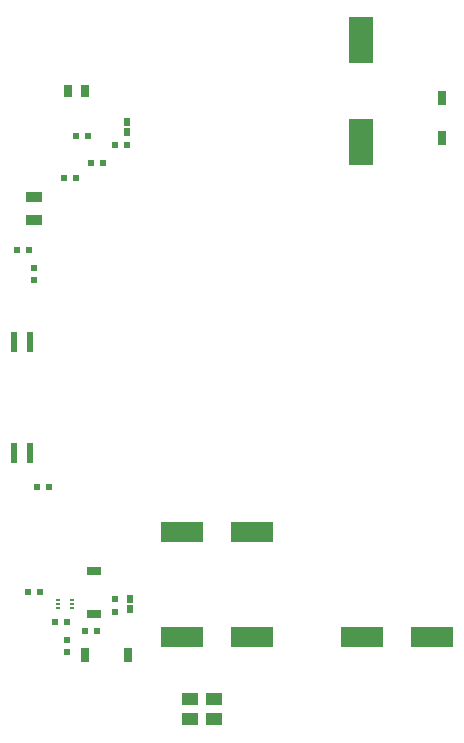
<source format=gtp>
G04*
G04 #@! TF.GenerationSoftware,Altium Limited,Altium Designer,21.2.2 (38)*
G04*
G04 Layer_Color=8421504*
%FSLAX23Y23*%
%MOIN*%
G70*
G04*
G04 #@! TF.SameCoordinates,6939E313-D8E2-45C8-8463-115B02E7E026*
G04*
G04*
G04 #@! TF.FilePolarity,Positive*
G04*
G01*
G75*
%ADD13R,0.019X0.020*%
%ADD14R,0.140X0.071*%
%ADD15R,0.079X0.152*%
%ADD16R,0.058X0.041*%
%ADD17R,0.030X0.047*%
%ADD18R,0.057X0.037*%
%ADD19R,0.022X0.071*%
%ADD20R,0.020X0.019*%
%ADD21R,0.031X0.039*%
%ADD22R,0.024X0.026*%
%ADD23R,0.014X0.006*%
%ADD24R,0.025X0.048*%
%ADD25R,0.048X0.025*%
D13*
X1310Y1460D02*
D03*
X1350D02*
D03*
X1083Y2731D02*
D03*
X1123D02*
D03*
X1190Y1940D02*
D03*
X1150D02*
D03*
X1280Y2970D02*
D03*
X1240D02*
D03*
X1330Y3020D02*
D03*
X1370D02*
D03*
X1410Y3080D02*
D03*
X1450D02*
D03*
X1280Y3110D02*
D03*
X1320D02*
D03*
X1210Y1490D02*
D03*
X1250D02*
D03*
X1160Y1590D02*
D03*
X1120D02*
D03*
D14*
X1867Y1790D02*
D03*
X1633D02*
D03*
X2467Y1440D02*
D03*
X2233D02*
D03*
X1633D02*
D03*
X1867D02*
D03*
D15*
X2230Y3430D02*
D03*
Y3090D02*
D03*
D16*
X1740Y1233D02*
D03*
Y1167D02*
D03*
X1660Y1233D02*
D03*
Y1167D02*
D03*
D17*
X2500Y3103D02*
D03*
Y3237D02*
D03*
D18*
X1140Y2831D02*
D03*
Y2909D02*
D03*
D19*
X1074Y2055D02*
D03*
X1126D02*
D03*
Y2425D02*
D03*
X1074D02*
D03*
D20*
X1140Y2671D02*
D03*
Y2631D02*
D03*
X1250Y1430D02*
D03*
Y1390D02*
D03*
X1410Y1566D02*
D03*
Y1525D02*
D03*
D21*
X1308Y3260D02*
D03*
X1252D02*
D03*
D22*
X1450Y3123D02*
D03*
Y3157D02*
D03*
X1460Y1533D02*
D03*
Y1567D02*
D03*
D23*
X1266Y1536D02*
D03*
Y1550D02*
D03*
Y1564D02*
D03*
X1220D02*
D03*
Y1550D02*
D03*
Y1536D02*
D03*
D24*
X1308Y1380D02*
D03*
X1452D02*
D03*
D25*
X1340Y1518D02*
D03*
Y1662D02*
D03*
M02*

</source>
